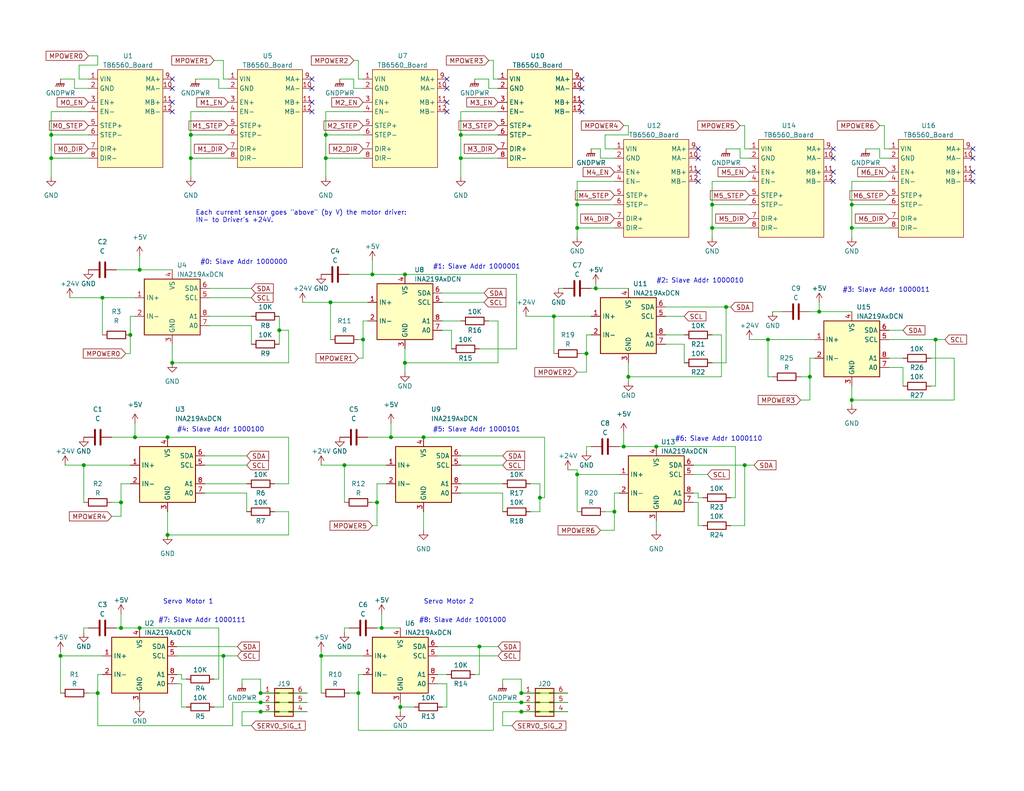
<source format=kicad_sch>
(kicad_sch (version 20230121) (generator eeschema)
  (paper "USLetter")
  (lib_symbols
    (symbol "Connector_Generic:Conn_02x03_Counter_Clockwise" (pin_names (offset 1.016) hide)
      (property "Reference" "J" (at 1.27 5.08 0))
      (property "Value" "Conn_02x03_Counter_Clockwise" (at 1.27 -5.08 0))
      (symbol "Conn_02x03_Counter_Clockwise_1_1"
        (pin passive line (at -5.08 2.54 0) (length 3.81) (name "Pin_1") (number "1"))
        (pin passive line (at -5.08 0 0) (length 3.81) (name "Pin_2") (number "2"))
        (pin passive line (at -5.08 -2.54 0) (length 3.81) (name "Pin_3") (number "3"))
        (pin passive line (at 7.62 -2.54 180) (length 3.81) (name "Pin_4") (number "4"))
        (pin passive line (at 7.62 0 180) (length 3.81) (name "Pin_5") (number "5"))
        (pin passive line (at 7.62 2.54 180) (length 3.81) (name "Pin_6") (number "6"))
      )
    )
    (symbol "Device:C" (pin_numbers hide) (pin_names (offset 0.254))
      (property "Reference" "C" (at 0.635 2.54 0))
      (property "Value" "C" (at 0.635 -2.54 0))
      (symbol "C_1_1"
        (pin passive line (at 0 3.81 270) (length 2.794) (name "~") (number "1"))
        (pin passive line (at 0 -3.81 90) (length 2.794) (name "~") (number "2"))
      )
    )
    (symbol "Device:R" (pin_numbers hide) (pin_names (offset 0))
      (property "Reference" "R" (at 2.032 0 90))
      (property "Value" "R" (at 0 0 90))
      (symbol "R_1_1"
        (pin passive line (at 0 3.81 270) (length 1.27) (name "~") (number "1"))
        (pin passive line (at 0 -3.81 90) (length 1.27) (name "~") (number "2"))
      )
    )
    (symbol "GNDPWR_1" (power) (pin_names (offset 0))
      (property "Value" "GNDPWR_1" (at 0 -3.302 0))
      (symbol "GNDPWR_1_1_1"
        (pin power_in line (at 0 0 270) (length 0) hide (name "GNDPWR") (number "1"))
      )
    )
    (symbol "SSRT_Arm_Library:TB6560_Board"
      (property "Reference" "U?" (at -0.635 17.78 0))
      (property "Value" "TB6560_Board" (at -0.635 15.24 0))
      (symbol "TB6560_Board_1_1"
        (pin power_in line (at -11.43 11.43 0) (length 2.54) (name "VIN") (number "1"))
        (pin output line (at 11.43 8.89 180) (length 2.54) (name "MA-") (number "10"))
        (pin output line (at 11.43 5.08 180) (length 2.54) (name "MB+") (number "11"))
        (pin output line (at 11.43 2.54 180) (length 2.54) (name "MB-") (number "12"))
        (pin power_in line (at -11.43 8.89 0) (length 2.54) (name "GND") (number "2"))
        (pin input line (at -11.43 5.08 0) (length 2.54) (name "EN+") (number "3"))
        (pin input line (at -11.43 2.54 0) (length 2.54) (name "EN-") (number "4"))
        (pin input line (at -11.43 -1.27 0) (length 2.54) (name "STEP+") (number "5"))
        (pin input line (at -11.43 -3.81 0) (length 2.54) (name "STEP-") (number "6"))
        (pin input line (at -11.43 -7.62 0) (length 2.54) (name "DIR+") (number "7"))
        (pin input line (at -11.43 -10.16 0) (length 2.54) (name "DIR-") (number "8"))
        (pin output line (at 11.43 11.43 180) (length 2.54) (name "MA+") (number "9"))
      )
    )
    (symbol "Sensor_Energy:INA219AxDCN"
      (property "Reference" "U" (at -6.35 8.89 0))
      (property "Value" "INA219AxDCN" (at 6.35 8.89 0))
      (symbol "INA219AxDCN_1_1"
        (pin input line (at -10.16 2.54 0) (length 2.54) (name "IN+") (number "1"))
        (pin input line (at -10.16 -2.54 0) (length 2.54) (name "IN-") (number "2"))
        (pin power_in line (at 0 -10.16 90) (length 2.54) (name "GND") (number "3"))
        (pin power_in line (at 0 10.16 270) (length 2.54) (name "VS") (number "4"))
        (pin input line (at 10.16 2.54 180) (length 2.54) (name "SCL") (number "5"))
        (pin bidirectional line (at 10.16 5.08 180) (length 2.54) (name "SDA") (number "6"))
        (pin input line (at 10.16 -5.08 180) (length 2.54) (name "A0") (number "7"))
        (pin input line (at 10.16 -2.54 180) (length 2.54) (name "A1") (number "8"))
      )
    )
    (symbol "power:+24V" (power) (pin_names (offset 0))
      (property "Value" "+24V" (at 0 3.556 0))
      (symbol "+24V_1_1"
        (pin power_in line (at 0 0 90) (length 0) hide (name "+24V") (number "1"))
      )
    )
    (symbol "power:+5V" (power) (pin_names (offset 0))
      (property "Value" "+5V" (at 0 3.556 0))
      (symbol "+5V_1_1"
        (pin power_in line (at 0 0 90) (length 0) hide (name "+5V") (number "1"))
      )
    )
    (symbol "power:GND" (power) (pin_names (offset 0))
      (property "Value" "GND" (at 0 -3.81 0))
      (symbol "GND_1_1"
        (pin power_in line (at 0 0 270) (length 0) hide (name "GND") (number "1"))
      )
    )
    (symbol "power:GNDPWR" (power) (pin_names (offset 0))
      (property "Value" "GNDPWR" (at 0 -3.302 0))
      (symbol "GNDPWR_1_1"
        (pin power_in line (at 0 0 270) (length 0) hide (name "GNDPWR") (number "1"))
      )
    )
  )
  (junction (at 209.55 92.71))
  (junction (at 142.24 189.23))
  (junction (at 46.99 99.06))
  (junction (at 171.45 102.87))
  (junction (at 71.12 189.23))
  (junction (at 110.49 74.93))
  (junction (at 125.73 36.83))
  (junction (at 93.98 127))
  (junction (at 157.48 129.54))
  (junction (at 232.41 62.23))
  (junction (at 198.12 83.82))
  (junction (at 170.18 121.92))
  (junction (at 27.94 81.28))
  (junction (at 38.1 73.66))
  (junction (at 125.73 43.18))
  (junction (at 160.02 96.52))
  (junction (at 36.83 119.38))
  (junction (at 194.31 62.23))
  (junction (at 194.31 55.88))
  (junction (at 38.1 171.45))
  (junction (at 88.9 43.18))
  (junction (at 220.98 102.87))
  (junction (at 147.32 135.89))
  (junction (at 33.02 137.16))
  (junction (at 52.07 36.83))
  (junction (at 88.9 36.83))
  (junction (at 71.12 191.77))
  (junction (at 45.72 119.38))
  (junction (at 102.87 137.16))
  (junction (at 90.17 82.55))
  (junction (at 97.79 189.23))
  (junction (at 157.48 55.88))
  (junction (at 26.67 189.23))
  (junction (at 115.57 119.38))
  (junction (at 16.51 179.07))
  (junction (at 110.49 99.06))
  (junction (at 232.41 55.88))
  (junction (at 13.97 36.83))
  (junction (at 99.06 92.71))
  (junction (at 157.48 62.23))
  (junction (at 45.72 146.05))
  (junction (at 101.6 74.93))
  (junction (at 35.56 91.44))
  (junction (at 13.97 43.18))
  (junction (at 232.41 109.22))
  (junction (at 71.12 194.31))
  (junction (at 76.2 90.17))
  (junction (at 106.68 119.38))
  (junction (at 22.86 127))
  (junction (at 60.96 179.07))
  (junction (at 130.81 176.53))
  (junction (at 104.14 171.45))
  (junction (at 52.07 43.18))
  (junction (at 87.63 179.07))
  (junction (at 142.24 191.77))
  (junction (at 109.22 193.04))
  (junction (at 167.64 139.7))
  (junction (at 179.07 121.92))
  (junction (at 142.24 194.31))
  (junction (at 203.2 127))
  (junction (at 162.56 78.74))
  (junction (at 33.02 171.45))
  (junction (at 223.52 85.09))
  (junction (at 255.27 92.71))
  (junction (at 151.13 86.36))
  (no_connect (at 85.09 30.48))
  (no_connect (at 265.43 40.64))
  (no_connect (at 46.99 27.94))
  (no_connect (at 265.43 49.53))
  (no_connect (at 158.75 21.59))
  (no_connect (at 121.92 30.48))
  (no_connect (at 227.33 49.53))
  (no_connect (at 227.33 46.99))
  (no_connect (at 121.92 24.13))
  (no_connect (at 227.33 40.64))
  (no_connect (at 190.5 40.64))
  (no_connect (at 158.75 30.48))
  (no_connect (at 85.09 21.59))
  (no_connect (at 227.33 43.18))
  (no_connect (at 121.92 21.59))
  (no_connect (at 85.09 27.94))
  (no_connect (at 190.5 49.53))
  (no_connect (at 46.99 24.13))
  (no_connect (at 265.43 46.99))
  (no_connect (at 85.09 24.13))
  (no_connect (at 190.5 43.18))
  (no_connect (at 46.99 21.59))
  (no_connect (at 265.43 43.18))
  (no_connect (at 190.5 46.99))
  (no_connect (at 46.99 30.48))
  (no_connect (at 121.92 27.94))
  (no_connect (at 158.75 27.94))
  (no_connect (at 158.75 24.13))
  (wire (pts (xy 38.1 171.45) (xy 59.69 171.45)))
  (wire (pts (xy 142.24 194.31) (xy 137.16 194.31)))
  (wire (pts (xy 52.07 30.48) (xy 62.23 30.48)))
  (wire (pts (xy 17.78 127) (xy 22.86 127)))
  (wire (pts (xy 16.51 21.59) (xy 20.32 21.59)))
  (wire (pts (xy 99.06 97.79) (xy 97.79 97.79)))
  (wire (pts (xy 154.94 194.31) (xy 142.24 194.31)))
  (wire (pts (xy 134.62 16.51) (xy 134.62 21.59)))
  (wire (pts (xy 87.63 177.8) (xy 87.63 179.07)))
  (wire (pts (xy 198.12 99.06) (xy 198.12 83.82)))
  (wire (pts (xy 171.45 34.29) (xy 171.45 36.83)))
  (wire (pts (xy 154.94 128.27) (xy 157.48 128.27)))
  (wire (pts (xy 152.4 78.74) (xy 153.67 78.74)))
  (wire (pts (xy 71.12 191.77) (xy 83.82 191.77)))
  (wire (pts (xy 204.47 92.71) (xy 209.55 92.71)))
  (wire (pts (xy 24.13 15.24) (xy 26.67 15.24)))
  (wire (pts (xy 101.6 143.51) (xy 102.87 143.51)))
  (wire (pts (xy 232.41 109.22) (xy 232.41 110.49)))
  (wire (pts (xy 97.79 189.23) (xy 97.79 199.39)))
  (wire (pts (xy 151.13 86.36) (xy 161.29 86.36)))
  (wire (pts (xy 171.45 104.14) (xy 171.45 102.87)))
  (wire (pts (xy 203.2 127) (xy 205.74 127)))
  (wire (pts (xy 92.71 21.59) (xy 96.52 21.59)))
  (wire (pts (xy 55.88 134.62) (xy 67.31 134.62)))
  (wire (pts (xy 38.1 73.66) (xy 46.99 73.66)))
  (wire (pts (xy 194.31 91.44) (xy 196.85 91.44)))
  (wire (pts (xy 181.61 91.44) (xy 186.69 91.44)))
  (wire (pts (xy 96.52 24.13) (xy 99.06 24.13)))
  (wire (pts (xy 194.31 62.23) (xy 204.47 62.23)))
  (wire (pts (xy 90.17 82.55) (xy 100.33 82.55)))
  (wire (pts (xy 26.67 17.78) (xy 21.59 17.78)))
  (wire (pts (xy 157.48 129.54) (xy 157.48 139.7)))
  (wire (pts (xy 20.32 24.13) (xy 24.13 24.13)))
  (wire (pts (xy 58.42 185.42) (xy 59.69 185.42)))
  (wire (pts (xy 147.32 139.7) (xy 144.78 139.7)))
  (wire (pts (xy 57.15 81.28) (xy 68.58 81.28)))
  (wire (pts (xy 95.25 74.93) (xy 101.6 74.93)))
  (wire (pts (xy 102.87 171.45) (xy 104.14 171.45)))
  (wire (pts (xy 88.9 30.48) (xy 88.9 36.83)))
  (wire (pts (xy 168.91 121.92) (xy 170.18 121.92)))
  (wire (pts (xy 232.41 49.53) (xy 242.57 49.53)))
  (wire (pts (xy 16.51 177.8) (xy 16.51 179.07)))
  (wire (pts (xy 157.48 128.27) (xy 157.48 129.54)))
  (wire (pts (xy 97.79 199.39) (xy 134.62 199.39)))
  (wire (pts (xy 63.5 198.12) (xy 63.5 191.77)))
  (wire (pts (xy 13.97 36.83) (xy 13.97 43.18)))
  (wire (pts (xy 165.1 36.83) (xy 165.1 40.64)))
  (wire (pts (xy 242.57 92.71) (xy 255.27 92.71)))
  (wire (pts (xy 120.65 90.17) (xy 123.19 90.17)))
  (wire (pts (xy 135.89 36.83) (xy 125.73 36.83)))
  (wire (pts (xy 22.86 127) (xy 22.86 137.16)))
  (wire (pts (xy 21.59 17.78) (xy 21.59 21.59)))
  (wire (pts (xy 67.31 124.46) (xy 55.88 124.46)))
  (wire (pts (xy 35.56 91.44) (xy 35.56 96.52)))
  (wire (pts (xy 160.02 91.44) (xy 161.29 91.44)))
  (wire (pts (xy 198.12 83.82) (xy 181.61 83.82)))
  (wire (pts (xy 110.49 99.06) (xy 110.49 101.6)))
  (wire (pts (xy 100.33 119.38) (xy 106.68 119.38)))
  (wire (pts (xy 199.39 135.89) (xy 200.66 135.89)))
  (wire (pts (xy 190.5 135.89) (xy 190.5 134.62)))
  (wire (pts (xy 66.04 185.42) (xy 71.12 185.42)))
  (wire (pts (xy 203.2 34.29) (xy 203.2 40.64)))
  (wire (pts (xy 97.79 189.23) (xy 95.25 189.23)))
  (wire (pts (xy 36.83 119.38) (xy 45.72 119.38)))
  (wire (pts (xy 102.87 137.16) (xy 101.6 137.16)))
  (wire (pts (xy 27.94 81.28) (xy 27.94 91.44)))
  (wire (pts (xy 88.9 30.48) (xy 99.06 30.48)))
  (wire (pts (xy 161.29 78.74) (xy 162.56 78.74)))
  (wire (pts (xy 220.98 102.87) (xy 220.98 97.79)))
  (wire (pts (xy 33.02 137.16) (xy 33.02 132.08)))
  (wire (pts (xy 232.41 55.88) (xy 232.41 62.23)))
  (wire (pts (xy 59.69 21.59) (xy 59.69 24.13)))
  (wire (pts (xy 102.87 132.08) (xy 105.41 132.08)))
  (wire (pts (xy 147.32 135.89) (xy 148.59 135.89)))
  (wire (pts (xy 167.64 139.7) (xy 167.64 144.78)))
  (wire (pts (xy 78.74 90.17) (xy 78.74 99.06)))
  (wire (pts (xy 242.57 97.79) (xy 246.38 97.79)))
  (wire (pts (xy 60.96 179.07) (xy 60.96 193.04)))
  (wire (pts (xy 96.52 16.51) (xy 97.79 16.51)))
  (wire (pts (xy 71.12 194.31) (xy 66.04 194.31)))
  (wire (pts (xy 31.75 73.66) (xy 38.1 73.66)))
  (wire (pts (xy 26.67 189.23) (xy 26.67 184.15)))
  (wire (pts (xy 78.74 146.05) (xy 45.72 146.05)))
  (wire (pts (xy 167.64 139.7) (xy 165.1 139.7)))
  (wire (pts (xy 130.81 176.53) (xy 130.81 184.15)))
  (wire (pts (xy 220.98 85.09) (xy 223.52 85.09)))
  (wire (pts (xy 203.2 40.64) (xy 204.47 40.64)))
  (wire (pts (xy 120.65 87.63) (xy 125.73 87.63)))
  (wire (pts (xy 57.15 86.36) (xy 68.58 86.36)))
  (wire (pts (xy 76.2 90.17) (xy 78.74 90.17)))
  (wire (pts (xy 157.48 49.53) (xy 157.48 55.88)))
  (wire (pts (xy 135.89 99.06) (xy 135.89 87.63)))
  (wire (pts (xy 201.93 34.29) (xy 203.2 34.29)))
  (wire (pts (xy 78.74 119.38) (xy 78.74 132.08)))
  (wire (pts (xy 137.16 198.12) (xy 139.7 198.12)))
  (wire (pts (xy 246.38 100.33) (xy 246.38 105.41)))
  (wire (pts (xy 260.35 109.22) (xy 232.41 109.22)))
  (wire (pts (xy 209.55 92.71) (xy 222.25 92.71)))
  (wire (pts (xy 58.42 193.04) (xy 60.96 193.04)))
  (wire (pts (xy 96.52 21.59) (xy 96.52 24.13)))
  (wire (pts (xy 190.5 135.89) (xy 191.77 135.89)))
  (wire (pts (xy 20.32 21.59) (xy 20.32 24.13)))
  (wire (pts (xy 38.1 69.85) (xy 38.1 73.66)))
  (wire (pts (xy 109.22 193.04) (xy 113.03 193.04)))
  (wire (pts (xy 31.75 171.45) (xy 33.02 171.45)))
  (wire (pts (xy 93.98 127) (xy 93.98 137.16)))
  (wire (pts (xy 49.53 186.69) (xy 49.53 193.04)))
  (wire (pts (xy 160.02 96.52) (xy 158.75 96.52)))
  (wire (pts (xy 66.04 194.31) (xy 66.04 198.12)))
  (wire (pts (xy 240.03 43.18) (xy 242.57 43.18)))
  (wire (pts (xy 21.59 21.59) (xy 24.13 21.59)))
  (wire (pts (xy 140.97 95.25) (xy 140.97 74.93)))
  (wire (pts (xy 93.98 127) (xy 105.41 127)))
  (wire (pts (xy 76.2 86.36) (xy 76.2 90.17)))
  (wire (pts (xy 125.73 30.48) (xy 125.73 36.83)))
  (wire (pts (xy 186.69 93.98) (xy 186.69 99.06)))
  (wire (pts (xy 133.35 21.59) (xy 133.35 24.13)))
  (wire (pts (xy 257.81 92.71) (xy 255.27 92.71)))
  (wire (pts (xy 45.72 139.7) (xy 45.72 146.05)))
  (wire (pts (xy 160.02 96.52) (xy 160.02 91.44)))
  (wire (pts (xy 218.44 109.22) (xy 220.98 109.22)))
  (wire (pts (xy 190.5 143.51) (xy 191.77 143.51)))
  (wire (pts (xy 48.26 179.07) (xy 60.96 179.07)))
  (wire (pts (xy 132.08 80.01) (xy 120.65 80.01)))
  (wire (pts (xy 99.06 92.71) (xy 97.79 92.71)))
  (wire (pts (xy 123.19 90.17) (xy 123.19 95.25)))
  (wire (pts (xy 167.64 134.62) (xy 168.91 134.62)))
  (wire (pts (xy 167.64 139.7) (xy 167.64 134.62)))
  (wire (pts (xy 190.5 134.62) (xy 189.23 134.62)))
  (wire (pts (xy 125.73 134.62) (xy 137.16 134.62)))
  (wire (pts (xy 199.39 83.82) (xy 198.12 83.82)))
  (wire (pts (xy 203.2 143.51) (xy 203.2 127)))
  (wire (pts (xy 157.48 49.53) (xy 167.64 49.53)))
  (wire (pts (xy 48.26 176.53) (xy 64.77 176.53)))
  (wire (pts (xy 232.41 49.53) (xy 232.41 55.88)))
  (wire (pts (xy 167.64 55.88) (xy 157.48 55.88)))
  (wire (pts (xy 74.93 139.7) (xy 78.74 139.7)))
  (wire (pts (xy 102.87 137.16) (xy 102.87 132.08)))
  (wire (pts (xy 78.74 99.06) (xy 46.99 99.06)))
  (wire (pts (xy 110.49 99.06) (xy 110.49 95.25)))
  (wire (pts (xy 49.53 185.42) (xy 49.53 184.15)))
  (wire (pts (xy 220.98 97.79) (xy 222.25 97.79)))
  (wire (pts (xy 161.29 40.64) (xy 163.83 40.64)))
  (wire (pts (xy 16.51 179.07) (xy 27.94 179.07)))
  (wire (pts (xy 254 97.79) (xy 260.35 97.79)))
  (wire (pts (xy 33.02 171.45) (xy 38.1 171.45)))
  (wire (pts (xy 160.02 101.6) (xy 160.02 96.52)))
  (wire (pts (xy 52.07 43.18) (xy 52.07 48.26)))
  (wire (pts (xy 119.38 176.53) (xy 130.81 176.53)))
  (wire (pts (xy 171.45 36.83) (xy 165.1 36.83)))
  (wire (pts (xy 99.06 92.71) (xy 99.06 97.79)))
  (wire (pts (xy 49.53 193.04) (xy 50.8 193.04)))
  (wire (pts (xy 170.18 118.11) (xy 170.18 121.92)))
  (wire (pts (xy 148.59 119.38) (xy 115.57 119.38)))
  (wire (pts (xy 190.5 137.16) (xy 190.5 143.51)))
  (wire (pts (xy 26.67 198.12) (xy 63.5 198.12)))
  (wire (pts (xy 48.26 186.69) (xy 49.53 186.69)))
  (wire (pts (xy 199.39 143.51) (xy 203.2 143.51)))
  (wire (pts (xy 101.6 74.93) (xy 110.49 74.93)))
  (wire (pts (xy 93.98 172.72) (xy 93.98 171.45)))
  (wire (pts (xy 97.79 16.51) (xy 97.79 21.59)))
  (wire (pts (xy 78.74 132.08) (xy 74.93 132.08)))
  (wire (pts (xy 125.73 43.18) (xy 135.89 43.18)))
  (wire (pts (xy 38.1 191.77) (xy 38.1 193.04)))
  (wire (pts (xy 179.07 142.24) (xy 179.07 144.78)))
  (wire (pts (xy 209.55 102.87) (xy 210.82 102.87)))
  (wire (pts (xy 181.61 93.98) (xy 186.69 93.98)))
  (wire (pts (xy 147.32 135.89) (xy 147.32 139.7)))
  (wire (pts (xy 36.83 115.57) (xy 36.83 119.38)))
  (wire (pts (xy 223.52 85.09) (xy 232.41 85.09)))
  (wire (pts (xy 134.62 191.77) (xy 142.24 191.77)))
  (wire (pts (xy 26.67 184.15) (xy 27.94 184.15)))
  (wire (pts (xy 87.63 179.07) (xy 87.63 189.23)))
  (wire (pts (xy 241.3 40.64) (xy 242.57 40.64)))
  (wire (pts (xy 99.06 92.71) (xy 99.06 87.63)))
  (wire (pts (xy 151.13 86.36) (xy 151.13 96.52)))
  (wire (pts (xy 60.96 179.07) (xy 64.77 179.07)))
  (wire (pts (xy 137.16 194.31) (xy 137.16 198.12)))
  (wire (pts (xy 201.93 40.64) (xy 201.93 43.18)))
  (wire (pts (xy 58.42 16.51) (xy 60.96 16.51)))
  (wire (pts (xy 71.12 189.23) (xy 83.82 189.23)))
  (wire (pts (xy 236.22 40.64) (xy 240.03 40.64)))
  (wire (pts (xy 129.54 21.59) (xy 133.35 21.59)))
  (wire (pts (xy 35.56 91.44) (xy 35.56 86.36)))
  (wire (pts (xy 213.36 85.09) (xy 210.82 85.09)))
  (wire (pts (xy 160.02 123.19) (xy 160.02 121.92)))
  (wire (pts (xy 68.58 78.74) (xy 57.15 78.74)))
  (wire (pts (xy 87.63 127) (xy 93.98 127)))
  (wire (pts (xy 142.24 189.23) (xy 154.94 189.23)))
  (wire (pts (xy 194.31 55.88) (xy 194.31 62.23)))
  (wire (pts (xy 55.88 132.08) (xy 67.31 132.08)))
  (wire (pts (xy 119.38 184.15) (xy 121.92 184.15)))
  (wire (pts (xy 97.79 184.15) (xy 99.06 184.15)))
  (wire (pts (xy 119.38 179.07) (xy 135.89 179.07)))
  (wire (pts (xy 109.22 194.31) (xy 109.22 193.04)))
  (wire (pts (xy 109.22 191.77) (xy 109.22 193.04)))
  (wire (pts (xy 242.57 55.88) (xy 232.41 55.88)))
  (wire (pts (xy 133.35 87.63) (xy 135.89 87.63)))
  (wire (pts (xy 137.16 124.46) (xy 125.73 124.46)))
  (wire (pts (xy 66.04 186.69) (xy 66.04 185.42)))
  (wire (pts (xy 52.07 36.83) (xy 52.07 43.18)))
  (wire (pts (xy 194.31 99.06) (xy 198.12 99.06)))
  (wire (pts (xy 125.73 43.18) (xy 125.73 48.26)))
  (wire (pts (xy 203.2 127) (xy 189.23 127)))
  (wire (pts (xy 160.02 121.92) (xy 161.29 121.92)))
  (wire (pts (xy 13.97 30.48) (xy 24.13 30.48)))
  (wire (pts (xy 137.16 186.69) (xy 137.16 185.42)))
  (wire (pts (xy 232.41 62.23) (xy 242.57 62.23)))
  (wire (pts (xy 179.07 121.92) (xy 200.66 121.92)))
  (wire (pts (xy 194.31 49.53) (xy 204.47 49.53)))
  (wire (pts (xy 45.72 119.38) (xy 78.74 119.38)))
  (wire (pts (xy 33.02 137.16) (xy 30.48 137.16)))
  (wire (pts (xy 99.06 87.63) (xy 100.33 87.63)))
  (wire (pts (xy 162.56 77.47) (xy 162.56 78.74)))
  (wire (pts (xy 140.97 74.93) (xy 110.49 74.93)))
  (wire (pts (xy 93.98 171.45) (xy 95.25 171.45)))
  (wire (pts (xy 63.5 191.77) (xy 71.12 191.77)))
  (wire (pts (xy 181.61 86.36) (xy 186.69 86.36)))
  (wire (pts (xy 135.89 99.06) (xy 110.49 99.06)))
  (wire (pts (xy 143.51 86.36) (xy 151.13 86.36)))
  (wire (pts (xy 220.98 109.22) (xy 220.98 102.87)))
  (wire (pts (xy 90.17 82.55) (xy 90.17 92.71)))
  (wire (pts (xy 35.56 86.36) (xy 36.83 86.36)))
  (wire (pts (xy 22.86 127) (xy 35.56 127)))
  (wire (pts (xy 49.53 185.42) (xy 50.8 185.42)))
  (wire (pts (xy 189.23 137.16) (xy 190.5 137.16)))
  (wire (pts (xy 167.64 144.78) (xy 163.83 144.78)))
  (wire (pts (xy 83.82 194.31) (xy 71.12 194.31)))
  (wire (pts (xy 33.02 140.97) (xy 33.02 137.16)))
  (wire (pts (xy 49.53 184.15) (xy 48.26 184.15)))
  (wire (pts (xy 194.31 49.53) (xy 194.31 55.88)))
  (wire (pts (xy 125.73 127) (xy 137.16 127)))
  (wire (pts (xy 133.35 24.13) (xy 135.89 24.13)))
  (wire (pts (xy 59.69 24.13) (xy 62.23 24.13)))
  (wire (pts (xy 134.62 21.59) (xy 135.89 21.59)))
  (wire (pts (xy 170.18 34.29) (xy 171.45 34.29)))
  (wire (pts (xy 88.9 43.18) (xy 99.06 43.18)))
  (wire (pts (xy 240.03 34.29) (xy 241.3 34.29)))
  (wire (pts (xy 198.12 40.64) (xy 201.93 40.64)))
  (wire (pts (xy 60.96 16.51) (xy 60.96 21.59)))
  (wire (pts (xy 163.83 40.64) (xy 163.83 43.18)))
  (wire (pts (xy 13.97 30.48) (xy 13.97 36.83)))
  (wire (pts (xy 201.93 43.18) (xy 204.47 43.18)))
  (wire (pts (xy 52.07 30.48) (xy 52.07 36.83)))
  (wire (pts (xy 120.65 193.04) (xy 121.92 193.04)))
  (wire (pts (xy 67.31 134.62) (xy 67.31 139.7)))
  (wire (pts (xy 26.67 189.23) (xy 26.67 198.12)))
  (wire (pts (xy 33.02 132.08) (xy 35.56 132.08)))
  (wire (pts (xy 144.78 132.08) (xy 147.32 132.08)))
  (wire (pts (xy 66.04 198.12) (xy 68.58 198.12)))
  (wire (pts (xy 242.57 100.33) (xy 246.38 100.33)))
  (wire (pts (xy 13.97 43.18) (xy 13.97 48.26)))
  (wire (pts (xy 133.35 16.51) (xy 134.62 16.51)))
  (wire (pts (xy 82.55 82.55) (xy 90.17 82.55)))
  (wire (pts (xy 106.68 119.38) (xy 115.57 119.38)))
  (wire (pts (xy 115.57 139.7) (xy 115.57 144.78)))
  (wire (pts (xy 33.02 167.64) (xy 33.02 171.45)))
  (wire (pts (xy 147.32 132.08) (xy 147.32 135.89)))
  (wire (pts (xy 97.79 21.59) (xy 99.06 21.59)))
  (wire (pts (xy 87.63 179.07) (xy 99.06 179.07)))
  (wire (pts (xy 232.41 109.22) (xy 232.41 105.41)))
  (wire (pts (xy 24.13 36.83) (xy 13.97 36.83)))
  (wire (pts (xy 148.59 135.89) (xy 148.59 119.38)))
  (wire (pts (xy 137.16 185.42) (xy 142.24 185.42)))
  (wire (pts (xy 104.14 167.64) (xy 104.14 171.45)))
  (wire (pts (xy 241.3 34.29) (xy 241.3 40.64)))
  (wire (pts (xy 30.48 140.97) (xy 33.02 140.97)))
  (wire (pts (xy 137.16 134.62) (xy 137.16 139.7)))
  (wire (pts (xy 59.69 171.45) (xy 59.69 185.42)))
  (wire (pts (xy 19.05 81.28) (xy 27.94 81.28)))
  (wire (pts (xy 26.67 189.23) (xy 24.13 189.23)))
  (wire (pts (xy 142.24 191.77) (xy 154.94 191.77)))
  (wire (pts (xy 163.83 43.18) (xy 167.64 43.18)))
  (wire (pts (xy 232.41 62.23) (xy 232.41 64.77)))
  (wire (pts (xy 57.15 88.9) (xy 68.58 88.9)))
  (wire (pts (xy 99.06 36.83) (xy 88.9 36.83)))
  (wire (pts (xy 157.48 129.54) (xy 168.91 129.54)))
  (wire (pts (xy 60.96 21.59) (xy 62.23 21.59)))
  (wire (pts (xy 106.68 115.57) (xy 106.68 119.38)))
  (wire (pts (xy 76.2 90.17) (xy 76.2 93.98)))
  (wire (pts (xy 196.85 102.87) (xy 171.45 102.87)))
  (wire (pts (xy 130.81 95.25) (xy 140.97 95.25)))
  (wire (pts (xy 16.51 179.07) (xy 16.51 189.23)))
  (wire (pts (xy 157.48 55.88) (xy 157.48 62.23)))
  (wire (pts (xy 255.27 105.41) (xy 255.27 92.71)))
  (wire (pts (xy 55.88 127) (xy 67.31 127)))
  (wire (pts (xy 125.73 132.08) (xy 137.16 132.08)))
  (wire (pts (xy 52.07 43.18) (xy 62.23 43.18)))
  (wire (pts (xy 130.81 176.53) (xy 135.89 176.53)))
  (wire (pts (xy 119.38 186.69) (xy 121.92 186.69)))
  (wire (pts (xy 134.62 199.39) (xy 134.62 191.77)))
  (wire (pts (xy 102.87 143.51) (xy 102.87 137.16)))
  (wire (pts (xy 260.35 97.79) (xy 260.35 109.22)))
  (wire (pts (xy 209.55 92.71) (xy 209.55 102.87)))
  (wire (pts (xy 125.73 30.48) (xy 135.89 30.48)))
  (wire (pts (xy 194.31 62.23) (xy 194.31 64.77)))
  (wire (pts (xy 200.66 121.92) (xy 200.66 135.89)))
  (wire (pts (xy 189.23 129.54) (xy 193.04 129.54)))
  (wire (pts (xy 22.86 172.72) (xy 22.86 171.45)))
  (wire (pts (xy 196.85 91.44) (xy 196.85 102.87)))
  (wire (pts (xy 142.24 185.42) (xy 142.24 189.23)))
  (wire (pts (xy 240.03 40.64) (xy 240.03 43.18)))
  (wire (pts (xy 78.74 139.7) (xy 78.74 146.05)))
  (wire (pts (xy 157.48 101.6) (xy 160.02 101.6)))
  (wire (pts (xy 204.47 55.88) (xy 194.31 55.88)))
  (wire (pts (xy 27.94 81.28) (xy 36.83 81.28)))
  (wire (pts (xy 62.23 36.83) (xy 52.07 36.83)))
  (wire (pts (xy 13.97 43.18) (xy 24.13 43.18)))
  (wire (pts (xy 30.48 119.38) (xy 36.83 119.38)))
  (wire (pts (xy 254 105.41) (xy 255.27 105.41)))
  (wire (pts (xy 157.48 62.23) (xy 157.48 64.77)))
  (wire (pts (xy 170.18 121.92) (xy 179.07 121.92)))
  (wire (pts (xy 121.92 186.69) (xy 121.92 193.04)))
  (wire (pts (xy 88.9 36.83) (xy 88.9 43.18)))
  (wire (pts (xy 53.34 21.59) (xy 59.69 21.59)))
  (wire (pts (xy 165.1 40.64) (xy 167.64 40.64)))
  (wire (pts (xy 46.99 99.06) (xy 46.99 93.98)))
  (wire (pts (xy 129.54 184.15) (xy 130.81 184.15)))
  (wire (pts (xy 223.52 82.55) (xy 223.52 85.09)))
  (wire (pts (xy 120.65 82.55) (xy 132.08 82.55)))
  (wire (pts (xy 104.14 171.45) (xy 109.22 171.45)))
  (wire (pts (xy 35.56 96.52) (xy 34.29 96.52)))
  (wire (pts (xy 171.45 102.87) (xy 171.45 99.06)))
  (wire (pts (xy 97.79 189.23) (xy 97.79 184.15)))
  (wire (pts (xy 218.44 102.87) (xy 220.98 102.87)))
  (wire (pts (xy 246.38 90.17) (xy 242.57 90.17)))
  (wire (pts (xy 26.67 15.24) (xy 26.67 17.78)))
  (wire (pts (xy 88.9 43.18) (xy 88.9 48.26)))
  (wire (pts (xy 22.86 171.45) (xy 24.13 171.45)))
  (wire (pts (xy 162.56 78.74) (xy 171.45 78.74)))
  (wire (pts (xy 125.73 36.83) (xy 125.73 43.18)))
  (wire (pts (xy 101.6 71.12) (xy 101.6 74.93)))
  (wire (pts (xy 157.48 62.23) (xy 167.64 62.23)))
  (wire (pts (xy 71.12 185.42) (xy 71.12 189.23)))
  (wire (pts (xy 68.58 88.9) (xy 68.58 93.98)))
  (text "#1: Slave Addr 1000001" (at 118.11 73.66 0) (effects (font (size 1.27 1.27)) (justify left bottom)))
  (text "Servo Motor 2" (at 115.57 165.1 0) (effects (font (size 1.27 1.27)) (justify left bottom)))
  (text "Each current sensor goes \"above\" (by V) the motor driver:\nIN- to Driver's +24V." (at 53.34 60.96 0) (effects (font (size 1.27 1.27)) (justify left bottom)))
  (text "Servo Motor 1" (at 44.45 165.1 0) (effects (font (size 1.27 1.27)) (justify left bottom)))
  (text "#8: Slave Addr 1001000" (at 114.3 170.18 0) (effects (font (size 1.27 1.27)) (justify left bottom)))
  (text "#0: Slave Addr 1000000" (at 54.61 72.39 0) (effects (font (size 1.27 1.27)) (justify left bottom)))
  (text "#7: Slave Addr 1000111" (at 43.18 170.18 0) (effects (font (size 1.27 1.27)) (justify left bottom)))
  (text "#6: Slave Addr 1000110" (at 184.15 120.65 0) (effects (font (size 1.27 1.27)) (justify left bottom)))
  (text "#2: Slave Addr 1000010" (at 179.07 77.47 0) (effects (font (size 1.27 1.27)) (justify left bottom)))
  (text "#3: Slave Addr 1000011" (at 229.87 80.01 0) (effects (font (size 1.27 1.27)) (justify left bottom)))
  (text "#5: Slave Addr 1000101" (at 118.11 118.11 0) (effects (font (size 1.27 1.27)) (justify left bottom)))
  (text "#4: Slave Addr 1000100" (at 48.26 118.11 0) (effects (font (size 1.27 1.27)) (justify left bottom)))
  (global_label "MPOWER6" (shape input) (at 163.83 144.78 180) (property "Intersheetrefs" "${INTERSHEET_REFS}" (effects hide)))
  (global_label "M6_STEP" (shape input) (at 242.57 53.34 180) (property "Intersheetrefs" "${INTERSHEET_REFS}" (effects hide)))
  (global_label "M5_EN" (shape input) (at 204.47 46.99 180) (property "Intersheetrefs" "${INTERSHEET_REFS}" (effects hide)))
  (global_label "SDA" (shape input) (at 67.31 124.46 0) (property "Intersheetrefs" "${INTERSHEET_REFS}" (effects hide)))
  (global_label "SDA" (shape input) (at 68.58 78.74 0) (property "Intersheetrefs" "${INTERSHEET_REFS}" (effects hide)))
  (global_label "MPOWER1" (shape input) (at 58.42 16.51 180) (property "Intersheetrefs" "${INTERSHEET_REFS}" (effects hide)))
  (global_label "MPOWER6" (shape input) (at 240.03 34.29 180) (property "Intersheetrefs" "${INTERSHEET_REFS}" (effects hide)))
  (global_label "M0_DIR" (shape input) (at 24.13 40.64 180) (property "Intersheetrefs" "${INTERSHEET_REFS}" (effects hide)))
  (global_label "SCL" (shape input) (at 193.04 129.54 0) (property "Intersheetrefs" "${INTERSHEET_REFS}" (effects hide)))
  (global_label "M5_DIR" (shape input) (at 204.47 59.69 180) (property "Intersheetrefs" "${INTERSHEET_REFS}" (effects hide)))
  (global_label "M4_STEP" (shape input) (at 167.64 53.34 180) (property "Intersheetrefs" "${INTERSHEET_REFS}" (effects hide)))
  (global_label "MPOWER0" (shape input) (at 24.13 15.24 180) (property "Intersheetrefs" "${INTERSHEET_REFS}" (effects hide)))
  (global_label "SCL" (shape input) (at 68.58 81.28 0) (property "Intersheetrefs" "${INTERSHEET_REFS}" (effects hide)))
  (global_label "SDA" (shape input) (at 137.16 124.46 0) (property "Intersheetrefs" "${INTERSHEET_REFS}" (effects hide)))
  (global_label "SDA" (shape input) (at 199.39 83.82 0) (property "Intersheetrefs" "${INTERSHEET_REFS}" (effects hide)))
  (global_label "M6_EN" (shape input) (at 242.57 46.99 180) (property "Intersheetrefs" "${INTERSHEET_REFS}" (effects hide)))
  (global_label "M2_STEP" (shape input) (at 99.06 34.29 180) (property "Intersheetrefs" "${INTERSHEET_REFS}" (effects hide)))
  (global_label "M0_EN" (shape input) (at 24.13 27.94 180) (property "Intersheetrefs" "${INTERSHEET_REFS}" (effects hide)))
  (global_label "MPOWER0" (shape input) (at 34.29 96.52 180) (property "Intersheetrefs" "${INTERSHEET_REFS}" (effects hide)))
  (global_label "SDA" (shape input) (at 135.89 176.53 0) (property "Intersheetrefs" "${INTERSHEET_REFS}" (effects hide)))
  (global_label "SCL" (shape input) (at 135.89 179.07 0) (property "Intersheetrefs" "${INTERSHEET_REFS}" (effects hide)))
  (global_label "M1_DIR" (shape input) (at 62.23 40.64 180) (property "Intersheetrefs" "${INTERSHEET_REFS}" (effects hide)))
  (global_label "M3_DIR" (shape input) (at 135.89 40.64 180) (property "Intersheetrefs" "${INTERSHEET_REFS}" (effects hide)))
  (global_label "M2_DIR" (shape input) (at 99.06 40.64 180) (property "Intersheetrefs" "${INTERSHEET_REFS}" (effects hide)))
  (global_label "M1_EN" (shape input) (at 62.23 27.94 180) (property "Intersheetrefs" "${INTERSHEET_REFS}" (effects hide)))
  (global_label "SCL" (shape input) (at 257.81 92.71 0) (property "Intersheetrefs" "${INTERSHEET_REFS}" (effects hide)))
  (global_label "M4_EN" (shape input) (at 167.64 46.99 180) (property "Intersheetrefs" "${INTERSHEET_REFS}" (effects hide)))
  (global_label "M3_EN" (shape input) (at 135.89 27.94 180) (property "Intersheetrefs" "${INTERSHEET_REFS}" (effects hide)))
  (global_label "MPOWER5" (shape input) (at 201.93 34.29 180) (property "Intersheetrefs" "${INTERSHEET_REFS}" (effects hide)))
  (global_label "MPOWER5" (shape input) (at 101.6 143.51 180) (property "Intersheetrefs" "${INTERSHEET_REFS}" (effects hide)))
  (global_label "MPOWER4" (shape input) (at 30.48 140.97 180) (property "Intersheetrefs" "${INTERSHEET_REFS}" (effects hide)))
  (global_label "SDA" (shape input) (at 64.77 176.53 0) (property "Intersheetrefs" "${INTERSHEET_REFS}" (effects hide)))
  (global_label "MPOWER3" (shape input) (at 133.35 16.51 180) (property "Intersheetrefs" "${INTERSHEET_REFS}" (effects hide)))
  (global_label "M0_STEP" (shape input) (at 24.13 34.29 180) (property "Intersheetrefs" "${INTERSHEET_REFS}" (effects hide)))
  (global_label "MPOWER3" (shape input) (at 218.44 109.22 180) (property "Intersheetrefs" "${INTERSHEET_REFS}" (effects hide)))
  (global_label "MPOWER4" (shape input) (at 170.18 34.29 180) (property "Intersheetrefs" "${INTERSHEET_REFS}" (effects hide)))
  (global_label "MPOWER2" (shape input) (at 96.52 16.51 180) (property "Intersheetrefs" "${INTERSHEET_REFS}" (effects hide)))
  (global_label "SCL" (shape input) (at 137.16 127 0) (property "Intersheetrefs" "${INTERSHEET_REFS}" (effects hide)))
  (global_label "M1_STEP" (shape input) (at 62.23 34.29 180) (property "Intersheetrefs" "${INTERSHEET_REFS}" (effects hide)))
  (global_label "M3_STEP" (shape input) (at 135.89 34.29 180) (property "Intersheetrefs" "${INTERSHEET_REFS}" (effects hide)))
  (global_label "M5_STEP" (shape input) (at 204.47 53.34 180) (property "Intersheetrefs" "${INTERSHEET_REFS}" (effects hide)))
  (global_label "SDA" (shape input) (at 132.08 80.01 0) (property "Intersheetrefs" "${INTERSHEET_REFS}" (effects hide)))
  (global_label "SDA" (shape input) (at 205.74 127 0) (property "Intersheetrefs" "${INTERSHEET_REFS}" (effects hide)))
  (global_label "SCL" (shape input) (at 67.31 127 0) (property "Intersheetrefs" "${INTERSHEET_REFS}" (effects hide)))
  (global_label "MPOWER2" (shape input) (at 157.48 101.6 180) (property "Intersheetrefs" "${INTERSHEET_REFS}" (effects hide)))
  (global_label "SCL" (shape input) (at 186.69 86.36 0) (property "Intersheetrefs" "${INTERSHEET_REFS}" (effects hide)))
  (global_label "SCL" (shape input) (at 64.77 179.07 0) (property "Intersheetrefs" "${INTERSHEET_REFS}" (effects hide)))
  (global_label "MPOWER1" (shape input) (at 97.79 97.79 180) (property "Intersheetrefs" "${INTERSHEET_REFS}" (effects hide)))
  (global_label "SERVO_SIG_1" (shape input) (at 68.58 198.12 0) (property "Intersheetrefs" "${INTERSHEET_REFS}" (effects hide)))
  (global_label "SCL" (shape input) (at 132.08 82.55 0) (property "Intersheetrefs" "${INTERSHEET_REFS}" (effects hide)))
  (global_label "M2_EN" (shape input) (at 99.06 27.94 180) (property "Intersheetrefs" "${INTERSHEET_REFS}" (effects hide)))
  (global_label "SDA" (shape input) (at 246.38 90.17 0) (property "Intersheetrefs" "${INTERSHEET_REFS}" (effects hide)))
  (global_label "M6_DIR" (shape input) (at 242.57 59.69 180) (property "Intersheetrefs" "${INTERSHEET_REFS}" (effects hide)))
  (global_label "M4_DIR" (shape input) (at 167.64 59.69 180) (property "Intersheetrefs" "${INTERSHEET_REFS}" (effects hide)))
  (global_label "SERVO_SIG_2" (shape input) (at 139.7 198.12 0) (property "Intersheetrefs" "${INTERSHEET_REFS}" (effects hide)))
  (symbol (lib_id "Sensor_Energy:INA219AxDCN") (at 109.22 181.61 0) (unit 1)
    (property "Reference" "U6" (at 110.49 170.18 0) (effects (justify left)))
    (property "Value" "INA219AxDCN" (at 110.49 172.72 0) (effects (justify left)))
    (property "Footprint" "Package_TO_SOT_SMD:SOT-23-8" (effects hide))
    (property "Datasheet" "http://www.ti.com/lit/ds/symlink/ina219.pdf" (effects hide))
  )
  (symbol (lib_id "Device:C") (at 91.44 74.93 270) (unit 1)
    (property "Reference" "C4" (at 91.44 68.58 90))
    (property "Value" "C" (at 91.44 71.12 90))
  )
  (symbol (lib_id "SSRT_Arm_Library:TB6560_Board") (at 179.07 52.07 0) (unit 1)
    (property "Reference" "U12" (at 178.435 34.29 0))
    (property "Value" "TB6560_Board" (at 178.435 36.83 0))
  )
  (symbol (lib_id "Device:R") (at 190.5 91.44 270) (unit 1)
    (property "Reference" "R21" (at 190.5 93.98 90))
    (property "Value" "10K" (at 190.5 96.52 90))
  )
  (symbol (lib_id "Device:C") (at 217.17 85.09 270) (unit 1)
    (property "Reference" "C9" (at 217.17 78.74 90))
    (property "Value" "C" (at 217.17 81.28 90))
  )
  (symbol (lib_id "SSRT_Arm_Library:TB6560_Board") (at 73.66 33.02 0) (unit 1)
    (property "Reference" "U5" (at 73.025 15.24 0))
    (property "Value" "TB6560_Board" (at 73.025 17.78 0))
  )
  (symbol (lib_id "power:+5V") (at 223.52 82.55 0) (unit 1)
    (property "Reference" "#PWR066" (effects hide))
    (property "Value" "+5V" (at 223.52 78.74 0))
  )
  (symbol (lib_id "power:GND") (at 179.07 144.78 0) (unit 1)
    (property "Reference" "#PWR061" (effects hide))
    (property "Value" "GND" (at 179.07 149.86 0))
  )
  (symbol (lib_id "Device:R") (at 54.61 193.04 270) (unit 1)
    (property "Reference" "R5" (at 54.61 195.58 90))
    (property "Value" "10K" (at 54.61 190.5 90))
  )
  (symbol (lib_id "power:GND") (at 171.45 104.14 0) (unit 1)
    (property "Reference" "#PWR060" (effects hide))
    (property "Value" "GND" (at 171.45 107.95 0))
  )
  (symbol (lib_id "Device:R") (at 71.12 132.08 270) (unit 1)
    (property "Reference" "R6" (at 71.12 134.62 90))
    (property "Value" "10K" (at 71.12 137.16 90))
  )
  (symbol (lib_name "GNDPWR_1") (lib_id "power:GNDPWR") (at 66.04 186.69 0) (unit 1)
    (property "Reference" "#PWR034" (effects hide))
    (property "Value" "GNDPWR" (at 66.04 190.5 0))
  )
  (symbol (lib_id "power:GND") (at 38.1 193.04 0) (unit 1)
    (property "Reference" "#PWR029" (effects hide))
    (property "Value" "GND" (at 38.1 196.85 0))
  )
  (symbol (lib_id "Device:R") (at 195.58 143.51 270) (unit 1)
    (property "Reference" "R24" (at 195.58 146.05 90))
    (property "Value" "10K" (at 195.58 140.97 90))
  )
  (symbol (lib_id "SSRT_Arm_Library:TB6560_Board") (at 215.9 52.07 0) (unit 1)
    (property "Reference" "U14" (at 215.265 34.29 0))
    (property "Value" "TB6560_Board" (at 215.265 36.83 0))
  )
  (symbol (lib_id "power:GND") (at 210.82 85.09 0) (unit 1)
    (property "Reference" "#PWR065" (effects hide))
    (property "Value" "GND" (at 210.82 88.9 0))
  )
  (symbol (lib_id "power:+5V") (at 106.68 115.57 0) (unit 1)
    (property "Reference" "#PWR045" (effects hide))
    (property "Value" "+5V" (at 106.68 110.49 0))
  )
  (symbol (lib_id "Connector_Generic:Conn_02x03_Counter_Clockwise") (at 147.32 191.77 0) (unit 1)
    (property "Reference" "J20" (at 148.59 186.69 0))
    (property "Value" "Conn_02x03_Counter_Clockwise" (effects hide))
  )
  (symbol (lib_id "power:GNDPWR") (at 16.51 21.59 0) (unit 1)
    (property "Reference" "#PWR019" (effects hide))
    (property "Value" "GNDPWR" (at 16.51 25.4 0))
  )
  (symbol (lib_id "power:GNDPWR") (at 53.34 21.59 0) (unit 1)
    (property "Reference" "#PWR033" (effects hide))
    (property "Value" "GNDPWR" (at 53.34 25.4 0))
  )
  (symbol (lib_id "Sensor_Energy:INA219AxDCN") (at 110.49 85.09 0) (unit 1)
    (property "Reference" "U8" (at 113.03 73.66 0) (effects (justify left)))
    (property "Value" "INA219AxDCN" (at 113.03 76.2 0) (effects (justify left)))
    (property "Footprint" "Package_TO_SOT_SMD:SOT-23-8" (effects hide))
    (property "Datasheet" "http://www.ti.com/lit/ds/symlink/ina219.pdf" (effects hide))
  )
  (symbol (lib_id "Device:R") (at 154.94 96.52 90) (unit 1)
    (property "Reference" "R19" (at 154.94 91.44 90))
    (property "Value" "R" (at 154.94 93.98 90))
  )
  (symbol (lib_id "power:GND") (at 92.71 119.38 0) (unit 1)
    (property "Reference" "#PWR041" (effects hide))
    (property "Value" "GND" (at 92.71 123.19 0))
  )
  (symbol (lib_id "Sensor_Energy:INA219AxDCN") (at 45.72 129.54 0) (unit 1)
    (property "Reference" "U3" (at 47.7394 111.76 0) (effects (justify left)))
    (property "Value" "INA219AxDCN" (at 47.7394 114.3 0) (effects (justify left)))
    (property "Footprint" "Package_TO_SOT_SMD:SOT-23-8" (effects hide))
    (property "Datasheet" "http://www.ti.com/lit/ds/symlink/ina219.pdf" (effects hide))
  )
  (symbol (lib_id "power:+5V") (at 33.02 167.64 0) (unit 1)
    (property "Reference" "#PWR026" (effects hide))
    (property "Value" "+5V" (at 33.02 163.83 0))
  )
  (symbol (lib_id "power:GND") (at 232.41 64.77 0) (unit 1)
    (property "Reference" "#PWR067" (effects hide))
    (property "Value" "GND" (at 232.41 68.58 0))
  )
  (symbol (lib_id "SSRT_Arm_Library:TB6560_Board") (at 110.49 33.02 0) (unit 1)
    (property "Reference" "U7" (at 109.855 15.24 0))
    (property "Value" "TB6560_Board" (at 109.855 17.78 0))
  )
  (symbol (lib_id "SSRT_Arm_Library:TB6560_Board") (at 147.32 33.02 0) (unit 1)
    (property "Reference" "U10" (at 146.685 15.24 0))
    (property "Value" "TB6560_Board" (at 146.685 17.78 0))
  )
  (symbol (lib_id "Device:R") (at 54.61 185.42 270) (unit 1)
    (property "Reference" "R4" (at 54.61 187.96 90))
    (property "Value" "10K" (at 54.61 182.88 90))
  )
  (symbol (lib_id "Device:R") (at 71.12 139.7 270) (unit 1)
    (property "Reference" "R7" (at 71.12 142.24 90))
    (property "Value" "10K" (at 71.12 129.54 90))
  )
  (symbol (lib_id "power:GND") (at 87.63 74.93 0) (unit 1)
    (property "Reference" "#PWR036" (effects hide))
    (property "Value" "GND" (at 87.63 78.74 0))
  )
  (symbol (lib_id "Device:R") (at 72.39 86.36 270) (unit 1)
    (property "Reference" "R8" (at 72.39 88.9 90))
    (property "Value" "10K" (at 72.39 91.44 90))
  )
  (symbol (lib_id "power:GNDPWR") (at 236.22 40.64 0) (unit 1)
    (property "Reference" "#PWR069" (effects hide))
    (property "Value" "GNDPWR" (at 236.22 44.45 0))
  )
  (symbol (lib_id "Device:R") (at 195.58 135.89 270) (unit 1)
    (property "Reference" "R23" (at 195.58 138.43 90))
    (property "Value" "10K" (at 195.58 133.35 90))
  )
  (symbol (lib_id "power:GND") (at 45.72 146.05 0) (unit 1)
    (property "Reference" "#PWR030" (effects hide))
    (property "Value" "GND" (at 45.72 151.13 0))
  )
  (symbol (lib_id "Device:C") (at 99.06 171.45 270) (unit 1)
    (property "Reference" "C6" (at 99.06 165.1 90))
    (property "Value" "C" (at 99.06 167.64 90))
  )
  (symbol (lib_id "Device:C") (at 96.52 119.38 270) (unit 1)
    (property "Reference" "C5" (at 96.52 111.76 90))
    (property "Value" "C" (at 96.52 114.3 90))
  )
  (symbol (lib_id "power:GND") (at 115.57 144.78 0) (unit 1)
    (property "Reference" "#PWR048" (effects hide))
    (property "Value" "GND" (at 115.57 149.86 0))
  )
  (symbol (lib_id "power:GND") (at 152.4 78.74 0) (unit 1)
    (property "Reference" "#PWR053" (effects hide))
    (property "Value" "GND" (at 152.4 82.55 0))
  )
  (symbol (lib_id "Device:R") (at 116.84 193.04 270) (unit 1)
    (property "Reference" "R13" (at 116.84 195.58 90))
    (property "Value" "10K" (at 116.84 190.5 90))
  )
  (symbol (lib_id "power:GND") (at 22.86 119.38 0) (unit 1)
    (property "Reference" "#PWR023" (effects hide))
    (property "Value" "GND" (at 22.86 123.19 0))
  )
  (symbol (lib_id "power:GND") (at 160.02 123.19 0) (unit 1)
    (property "Reference" "#PWR056" (effects hide))
    (property "Value" "GND" (at 160.02 127 0))
  )
  (symbol (lib_id "power:GND") (at 46.99 99.06 0) (unit 1)
    (property "Reference" "#PWR031" (effects hide))
    (property "Value" "GND" (at 46.99 104.14 0))
  )
  (symbol (lib_id "power:GND") (at 52.07 48.26 0) (unit 1)
    (property "Reference" "#PWR032" (effects hide))
    (property "Value" "GND" (at 52.07 53.34 0))
  )
  (symbol (lib_id "Sensor_Energy:INA219AxDCN") (at 46.99 83.82 0) (unit 1)
    (property "Reference" "U4" (at 48.26 72.39 0) (effects (justify left)))
    (property "Value" "INA219AxDCN" (at 48.26 74.93 0) (effects (justify left)))
    (property "Footprint" "Package_TO_SOT_SMD:SOT-23-8" (effects hide))
    (property "Datasheet" "http://www.ti.com/lit/ds/symlink/ina219.pdf" (effects hide))
  )
  (symbol (lib_id "Device:R") (at 97.79 137.16 90) (unit 1)
    (property "Reference" "R12" (at 97.79 132.08 90))
    (property "Value" "R" (at 97.79 134.62 90))
  )
  (symbol (lib_id "Device:R") (at 26.67 137.16 90) (unit 1)
    (property "Reference" "R2" (at 26.67 132.08 90))
    (property "Value" "R" (at 26.67 134.62 90))
  )
  (symbol (lib_id "Sensor_Energy:INA219AxDCN") (at 171.45 88.9 0) (unit 1)
    (property "Reference" "U11" (at 172.72 77.47 0) (effects (justify left)))
    (property "Value" "INA219AxDCN" (at 172.72 80.01 0) (effects (justify left)))
    (property "Footprint" "Package_TO_SOT_SMD:SOT-23-8" (effects hide))
    (property "Datasheet" "http://www.ti.com/lit/ds/symlink/ina219.pdf" (effects hide))
  )
  (symbol (lib_id "Device:R") (at 20.32 189.23 90) (unit 1)
    (property "Reference" "R1" (at 20.32 184.15 90))
    (property "Value" "R" (at 20.32 186.69 90))
  )
  (symbol (lib_id "power:+24V") (at 154.94 128.27 0) (unit 1)
    (property "Reference" "#PWR054" (effects hide))
    (property "Value" "+24V" (at 154.94 124.46 0))
  )
  (symbol (lib_id "power:GND") (at 93.98 172.72 0) (unit 1)
    (property "Reference" "#PWR042" (effects hide))
    (property "Value" "GND" (at 93.98 176.53 0))
  )
  (symbol (lib_id "power:GNDPWR") (at 198.12 40.64 0) (unit 1)
    (property "Reference" "#PWR063" (effects hide))
    (property "Value" "GNDPWR" (at 198.12 44.45 0))
  )
  (symbol (lib_id "SSRT_Arm_Library:TB6560_Board") (at 35.56 33.02 0) (unit 1)
    (property "Reference" "U1" (at 34.925 15.24 0))
    (property "Value" "TB6560_Board" (at 34.925 17.78 0))
  )
  (symbol (lib_id "power:+24V") (at 82.55 82.55 0) (unit 1)
    (property "Reference" "#PWR035" (effects hide))
    (property "Value" "+24V" (at 82.55 78.74 0))
  )
  (symbol (lib_id "power:+24V") (at 87.63 127 0) (unit 1)
    (property "Reference" "#PWR037" (effects hide))
    (property "Value" "+24V" (at 87.63 123.19 0))
  )
  (symbol (lib_id "power:GND") (at 110.49 101.6 0) (unit 1)
    (property "Reference" "#PWR047" (effects hide))
    (property "Value" "GND" (at 110.49 105.41 0))
  )
  (symbol (lib_id "power:GND") (at 22.86 172.72 0) (unit 1)
    (property "Reference" "#PWR024" (effects hide))
    (property "Value" "GND" (at 22.86 176.53 0))
  )
  (symbol (lib_id "power:+5V") (at 162.56 77.47 0) (unit 1)
    (property "Reference" "#PWR058" (effects hide))
    (property "Value" "+5V" (at 162.56 73.66 0))
  )
  (symbol (lib_id "power:+5V") (at 87.63 177.8 0) (unit 1)
    (property "Reference" "#PWR038" (effects hide))
    (property "Value" "+5V" (at 87.63 173.99 0))
  )
  (symbol (lib_id "Device:R") (at 129.54 87.63 270) (unit 1)
    (property "Reference" "R16" (at 129.54 90.17 90))
    (property "Value" "10K" (at 129.54 85.09 90))
  )
  (symbol (lib_id "power:GND") (at 109.22 194.31 0) (unit 1)
    (property "Reference" "#PWR046" (effects hide))
    (property "Value" "GND" (at 109.22 198.12 0))
  )
  (symbol (lib_id "power:+24V") (at 204.47 92.71 0) (unit 1)
    (property "Reference" "#PWR064" (effects hide))
    (property "Value" "+24V" (at 204.47 88.9 0))
  )
  (symbol (lib_id "power:GNDPWR") (at 92.71 21.59 0) (unit 1)
    (property "Reference" "#PWR040" (effects hide))
    (property "Value" "GNDPWR" (at 92.71 25.4 0))
  )
  (symbol (lib_id "Connector_Generic:Conn_02x03_Counter_Clockwise") (at 76.2 191.77 0) (unit 1)
    (property "Reference" "J19" (at 77.47 186.69 0))
    (property "Value" "Conn_02x03_Counter_Clockwise" (effects hide))
  )
  (symbol (lib_id "Sensor_Energy:INA219AxDCN") (at 179.07 132.08 0) (unit 1)
    (property "Reference" "U13" (at 180.34 120.65 0) (effects (justify left)))
    (property "Value" "INA219AxDCN" (at 180.34 123.19 0) (effects (justify left)))
    (property "Footprint" "Package_TO_SOT_SMD:SOT-23-8" (effects hide))
    (property "Datasheet" "http://www.ti.com/lit/ds/symlink/ina219.pdf" (effects hide))
  )
  (symbol (lib_id "Device:R") (at 250.19 97.79 270) (unit 1)
    (property "Reference" "R26" (at 250.19 100.33 90))
    (property "Value" "10K" (at 250.19 102.87 90))
  )
  (symbol (lib_id "Device:C") (at 27.94 171.45 270) (unit 1)
    (property "Reference" "C3" (at 27.94 165.1 90))
    (property "Value" "C" (at 27.94 167.64 90))
  )
  (symbol (lib_id "power:GND") (at 88.9 48.26 0) (unit 1)
    (property "Reference" "#PWR039" (effects hide))
    (property "Value" "GND" (at 88.9 53.34 0))
  )
  (symbol (lib_id "Device:R") (at 214.63 102.87 90) (unit 1)
    (property "Reference" "R25" (at 214.63 97.79 90))
    (property "Value" "R" (at 214.63 100.33 90))
  )
  (symbol (lib_id "power:+24V") (at 19.05 81.28 0) (unit 1)
    (property "Reference" "#PWR022" (effects hide))
    (property "Value" "+24V" (at 19.05 77.47 0))
  )
  (symbol (lib_id "power:+24V") (at 17.78 127 0) (unit 1)
    (property "Reference" "#PWR021" (effects hide))
    (property "Value" "+24V" (at 17.78 123.19 0))
  )
  (symbol (lib_id "power:GND") (at 125.73 48.26 0) (unit 1)
    (property "Reference" "#PWR049" (effects hide))
    (property "Value" "GND" (at 125.73 53.34 0))
  )
  (symbol (lib_id "power:+24V") (at 143.51 86.36 0) (unit 1)
    (property "Reference" "#PWR052" (effects hide))
    (property "Value" "+24V" (at 143.51 82.55 0))
  )
  (symbol (lib_id "Device:R") (at 72.39 93.98 270) (unit 1)
    (property "Reference" "R9" (at 72.39 96.52 90))
    (property "Value" "10K" (at 72.39 83.82 90))
  )
  (symbol (lib_id "Sensor_Energy:INA219AxDCN") (at 38.1 181.61 0) (unit 1)
    (property "Reference" "U2" (at 39.37 170.18 0) (effects (justify left)))
    (property "Value" "INA219AxDCN" (at 39.37 172.72 0) (effects (justify left)))
    (property "Footprint" "Package_TO_SOT_SMD:SOT-23-8" (effects hide))
    (property "Datasheet" "http://www.ti.com/lit/ds/symlink/ina219.pdf" (effects hide))
  )
  (symbol (lib_id "power:+5V") (at 38.1 69.85 0) (unit 1)
    (property "Reference" "#PWR028" (effects hide))
    (property "Value" "+5V" (at 38.1 64.77 0))
  )
  (symbol (lib_id "power:+5V") (at 101.6 71.12 0) (unit 1)
    (property "Reference" "#PWR043" (effects hide))
    (property "Value" "+5V" (at 101.6 67.31 0))
  )
  (symbol (lib_id "Sensor_Energy:INA219AxDCN") (at 115.57 129.54 0) (unit 1)
    (property "Reference" "U9" (at 117.5894 111.76 0) (effects (justify left)))
    (property "Value" "INA219AxDCN" (at 117.5894 114.3 0) (effects (justify left)))
    (property "Footprint" "Package_TO_SOT_SMD:SOT-23-8" (effects hide))
    (property "Datasheet" "http://www.ti.com/lit/ds/symlink/ina219.pdf" (effects hide))
  )
  (symbol (lib_id "Device:R") (at 91.44 189.23 90) (unit 1)
    (property "Reference" "R10" (at 91.44 184.15 90))
    (property "Value" "R" (at 91.44 186.69 90))
  )
  (symbol (lib_id "Device:R") (at 190.5 99.06 270) (unit 1)
    (property "Reference" "R22" (at 190.5 101.6 90))
    (property "Value" "10K" (at 190.5 88.9 90))
  )
  (symbol (lib_id "Device:R") (at 125.73 184.15 270) (unit 1)
    (property "Reference" "R14" (at 125.73 186.69 90))
    (property "Value" "10K" (at 125.73 181.61 90))
  )
  (symbol (lib_id "Device:R") (at 250.19 105.41 270) (unit 1)
    (property "Reference" "R27" (at 250.19 107.95 90))
    (property "Value" "10K" (at 250.19 95.25 90))
  )
  (symbol (lib_id "Device:C") (at 165.1 121.92 270) (unit 1)
    (property "Reference" "C8" (at 165.1 115.57 90))
    (property "Value" "C" (at 165.1 118.11 90))
  )
  (symbol (lib_id "Device:R") (at 127 95.25 270) (unit 1)
    (property "Reference" "R15" (at 127 97.79 90))
    (property "Value" "10K" (at 127 92.71 90))
  )
  (symbol (lib_id "power:+5V") (at 170.18 118.11 0) (unit 1)
    (property "Reference" "#PWR059" (effects hide))
    (property "Value" "+5V" (at 170.18 113.03 0))
  )
  (symbol (lib_id "power:+5V") (at 16.51 177.8 0) (unit 1)
    (property "Reference" "#PWR020" (effects hide))
    (property "Value" "+5V" (at 16.51 173.99 0))
  )
  (symbol (lib_id "power:GND") (at 13.97 48.26 0) (unit 1)
    (property "Reference" "#PWR018" (effects hide))
    (property "Value" "GND" (at 13.97 53.34 0))
  )
  (symbol (lib_id "Device:C") (at 26.67 119.38 270) (unit 1)
    (property "Reference" "C1" (at 26.67 111.76 90))
    (property "Value" "C" (at 26.67 114.3 90))
  )
  (symbol (lib_id "power:GND") (at 232.41 110.49 0) (unit 1)
    (property "Reference" "#PWR068" (effects hide))
    (property "Value" "GND" (at 232.41 115.57 0))
  )
  (symbol (lib_id "Device:R") (at 31.75 91.44 90) (unit 1)
    (property "Reference" "R3" (at 31.75 85.09 90))
    (property "Value" "R" (at 31.75 87.63 90))
  )
  (symbol (lib_id "power:GND") (at 157.48 64.77 0) (unit 1)
    (property "Reference" "#PWR055" (effects hide))
    (property "Value" "GND" (at 157.48 68.58 0))
  )
  (symbol (lib_id "power:+5V") (at 36.83 115.57 0) (unit 1)
    (property "Reference" "#PWR027" (effects hide))
    (property "Value" "+5V" (at 36.83 110.49 0))
  )
  (symbol (lib_id "power:GNDPWR") (at 129.54 21.59 0) (unit 1)
    (property "Reference" "#PWR050" (effects hide))
    (property "Value" "GNDPWR" (at 129.54 25.4 0))
  )
  (symbol (lib_id "power:GND") (at 194.31 64.77 0) (unit 1)
    (property "Reference" "#PWR062" (effects hide))
    (property "Value" "GND" (at 194.31 68.58 0))
  )
  (symbol (lib_id "power:+5V") (at 104.14 167.64 0) (unit 1)
    (property "Reference" "#PWR044" (effects hide))
    (property "Value" "+5V" (at 104.14 163.83 0))
  )
  (symbol (lib_id "Device:R") (at 140.97 139.7 270) (unit 1)
    (property "Reference" "R18" (at 140.97 142.24 90))
    (property "Value" "10K" (at 140.97 129.54 90))
  )
  (symbol (lib_id "Sensor_Energy:INA219AxDCN") (at 232.41 95.25 0) (unit 1)
    (property "Reference" "U15" (at 233.68 83.82 0) (effects (justify left)))
    (property "Value" "INA219AxDCN" (at 233.68 86.36 0) (effects (justify left)))
    (property "Footprint" "Package_TO_SOT_SMD:SOT-23-8" (effects hide))
    (property "Datasheet" "http://www.ti.com/lit/ds/symlink/ina219.pdf" (effects hide))
  )
  (symbol (lib_id "Device:C") (at 157.48 78.74 270) (unit 1)
    (property "Reference" "C7" (at 157.48 72.39 90))
    (property "Value" "C" (at 157.48 74.93 90))
  )
  (symbol (lib_id "Device:C") (at 27.94 73.66 270) (unit 1)
    (property "Reference" "C2" (at 27.94 66.04 90))
    (property "Value" "C" (at 27.94 68.58 90))
  )
  (symbol (lib_id "Device:R") (at 93.98 92.71 90) (unit 1)
    (property "Reference" "R11" (at 93.98 87.63 90))
    (property "Value" "R" (at 93.98 90.17 90))
  )
  (symbol (lib_id "Device:R") (at 140.97 132.08 270) (unit 1)
    (property "Reference" "R17" (at 140.97 134.62 90))
    (property "Value" "10K" (at 140.97 137.16 90))
  )
  (symbol (lib_id "power:GND") (at 24.13 73.66 0) (unit 1)
    (property "Reference" "#PWR025" (effects hide))
    (property "Value" "GND" (at 24.13 77.47 0))
  )
  (symbol (lib_name "GNDPWR_1") (lib_id "power:GNDPWR") (at 137.16 186.69 0) (unit 1)
    (property "Reference" "#PWR051" (effects hide))
    (property "Value" "GNDPWR" (at 137.16 190.5 0))
  )
  (symbol (lib_id "Device:R") (at 161.29 139.7 90) (unit 1)
    (property "Reference" "R20" (at 161.29 134.62 90))
    (property "Value" "R" (at 161.29 137.16 90))
  )
  (symbol (lib_id "SSRT_Arm_Library:TB6560_Board") (at 254 52.07 0) (unit 1)
    (property "Reference" "U16" (at 253.365 34.29 0))
    (property "Value" "TB6560_Board" (at 253.365 36.83 0))
  )
  (symbol (lib_id "power:GNDPWR") (at 161.29 40.64 0) (unit 1)
    (property "Reference" "#PWR057" (effects hide))
    (property "Value" "GNDPWR" (at 161.29 44.45 0))
  )
)
</source>
